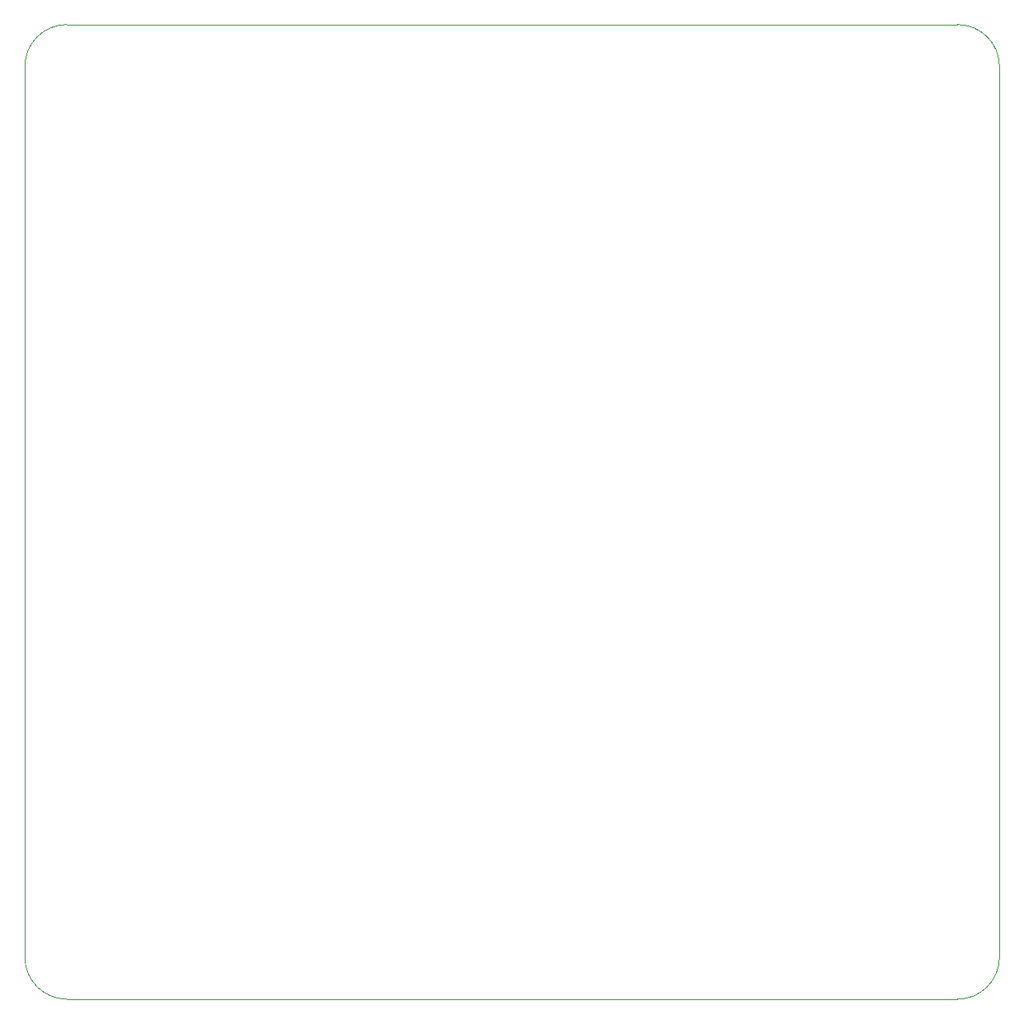
<source format=gm1>
%TF.GenerationSoftware,KiCad,Pcbnew,9.0.7*%
%TF.CreationDate,2026-02-10T21:18:12+01:00*%
%TF.ProjectId,Tesla_sextant_BT,5465736c-615f-4736-9578-74616e745f42,2.1*%
%TF.SameCoordinates,Original*%
%TF.FileFunction,Profile,NP*%
%FSLAX46Y46*%
G04 Gerber Fmt 4.6, Leading zero omitted, Abs format (unit mm)*
G04 Created by KiCad (PCBNEW 9.0.7) date 2026-02-10 21:18:12*
%MOMM*%
%LPD*%
G01*
G04 APERTURE LIST*
%TA.AperFunction,Profile*%
%ADD10C,0.100000*%
%TD*%
G04 APERTURE END LIST*
D10*
X194200000Y-155000000D02*
X102800000Y-155000000D01*
X198500000Y-150700000D02*
G75*
G02*
X194200000Y-155000000I-4300000J0D01*
G01*
X102800000Y-155000000D02*
G75*
G02*
X98500000Y-150700000I0J4300000D01*
G01*
X194200000Y-55000000D02*
G75*
G02*
X198500000Y-59300000I0J-4300000D01*
G01*
X98500000Y-59300000D02*
G75*
G02*
X102800000Y-55000000I4300000J0D01*
G01*
X198500000Y-59300000D02*
X198500000Y-150700000D01*
X98500000Y-150700000D02*
X98500000Y-59300000D01*
X102800000Y-55000000D02*
X194200000Y-55000000D01*
M02*

</source>
